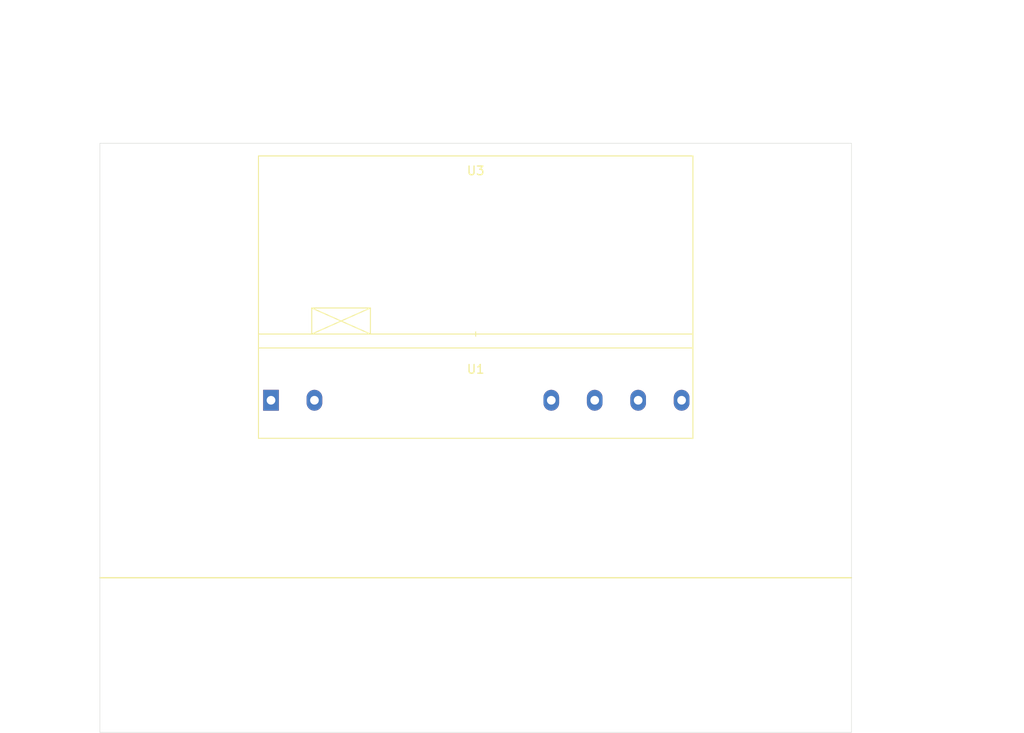
<source format=kicad_pcb>
(kicad_pcb (version 20171130) (host pcbnew "(5.1.10)-1")

  (general
    (thickness 1.6)
    (drawings 38)
    (tracks 0)
    (zones 0)
    (modules 2)
    (nets 7)
  )

  (page A4)
  (layers
    (0 F.Cu signal)
    (1 In1.Cu signal)
    (2 In2.Cu signal)
    (31 B.Cu signal)
    (32 B.Adhes user)
    (33 F.Adhes user)
    (34 B.Paste user)
    (35 F.Paste user)
    (36 B.SilkS user)
    (37 F.SilkS user)
    (38 B.Mask user)
    (39 F.Mask user)
    (40 Dwgs.User user)
    (41 Cmts.User user)
    (42 Eco1.User user)
    (43 Eco2.User user)
    (44 Edge.Cuts user)
    (45 Margin user)
    (46 B.CrtYd user)
    (47 F.CrtYd user)
    (48 B.Fab user)
    (49 F.Fab user)
  )

  (setup
    (last_trace_width 0.25)
    (user_trace_width 0.3)
    (user_trace_width 0.4)
    (user_trace_width 0.5)
    (user_trace_width 0.6)
    (user_trace_width 0.7)
    (user_trace_width 0.8)
    (user_trace_width 1)
    (user_trace_width 1.4)
    (user_trace_width 2)
    (trace_clearance 0.2)
    (zone_clearance 0.254)
    (zone_45_only yes)
    (trace_min 0.2)
    (via_size 0.8)
    (via_drill 0.4)
    (via_min_size 0.4)
    (via_min_drill 0.3)
    (user_via 1 0.5)
    (user_via 1.1 0.6)
    (user_via 1.2 0.7)
    (user_via 1.6 1)
    (user_via 1.8 1.2)
    (user_via 2 1.4)
    (user_via 2.4 1.8)
    (uvia_size 0.3)
    (uvia_drill 0.1)
    (uvias_allowed no)
    (uvia_min_size 0.2)
    (uvia_min_drill 0.1)
    (edge_width 0.05)
    (segment_width 0.2)
    (pcb_text_width 0.3)
    (pcb_text_size 1.5 1.5)
    (mod_edge_width 0.12)
    (mod_text_size 1 1)
    (mod_text_width 0.15)
    (pad_size 0.75 2.1)
    (pad_drill 0)
    (pad_to_mask_clearance 0)
    (aux_axis_origin 100 100)
    (grid_origin 100 100)
    (visible_elements 7FFFFFFF)
    (pcbplotparams
      (layerselection 0x010fc_ffffffff)
      (usegerberextensions false)
      (usegerberattributes true)
      (usegerberadvancedattributes true)
      (creategerberjobfile true)
      (excludeedgelayer true)
      (linewidth 0.100000)
      (plotframeref false)
      (viasonmask false)
      (mode 1)
      (useauxorigin false)
      (hpglpennumber 1)
      (hpglpenspeed 20)
      (hpglpendiameter 15.000000)
      (psnegative false)
      (psa4output false)
      (plotreference true)
      (plotvalue true)
      (plotinvisibletext false)
      (padsonsilk false)
      (subtractmaskfromsilk true)
      (outputformat 1)
      (mirror false)
      (drillshape 0)
      (scaleselection 1)
      (outputdirectory "Gerbers/"))
  )

  (net 0 "")
  (net 1 "Net-(F1-Pad1)")
  (net 2 /N1)
  (net 3 "Net-(U3-Pad6)")
  (net 4 "Net-(U3-Pad4)")
  (net 5 "Net-(U3-Pad3)")
  (net 6 "Net-(U3-Pad5)")

  (net_class Default "This is the default net class."
    (clearance 0.2)
    (trace_width 0.25)
    (via_dia 0.8)
    (via_drill 0.4)
    (uvia_dia 0.3)
    (uvia_drill 0.1)
    (add_net /N1)
    (add_net "Net-(F1-Pad1)")
    (add_net "Net-(U3-Pad3)")
    (add_net "Net-(U3-Pad4)")
    (add_net "Net-(U3-Pad5)")
    (add_net "Net-(U3-Pad6)")
  )

  (module Modules:Virtual_Digital_module_v3 (layer F.Cu) (tedit 619F3041) (tstamp 61A19767)
    (at 100 100)
    (path /63FC2A9F)
    (fp_text reference U1 (at 0 1) (layer F.SilkS)
      (effects (font (size 1 1) (thickness 0.15)))
    )
    (fp_text value Virtual_Digital_module_v3 (at 0 -1) (layer F.Fab)
      (effects (font (size 1 1) (thickness 0.15)))
    )
    (fp_line (start -0.25 0.25) (end 0.25 -0.25) (layer Dwgs.User) (width 0.12))
    (fp_line (start -0.25 -0.25) (end 0.25 0.25) (layer Dwgs.User) (width 0.12))
    (model ${KIPRJMOD}/../Digital_module_v3/Digital_module_v3.step
      (offset (xyz 0 0 26.6))
      (scale (xyz 1 1 1))
      (rotate (xyz 0 0 0))
    )
  )

  (module Modules:Power_manager_v3 (layer F.Cu) (tedit 619F2E98) (tstamp 61A172A1)
    (at 100 96.952)
    (path /6218B0A9)
    (fp_text reference U3 (at 0 -18.796 180) (layer F.SilkS)
      (effects (font (size 1 1) (thickness 0.15)))
    )
    (fp_text value Power_manager_v3 (at 0 -1.702 180) (layer F.Fab)
      (effects (font (size 1 1) (thickness 0.15)))
    )
    (fp_line (start 25 12) (end 25 -20.5) (layer F.SilkS) (width 0.12))
    (fp_line (start 25 -20.5) (end -25 -20.5) (layer F.SilkS) (width 0.12))
    (fp_line (start -25 -20.5) (end -25 12) (layer F.SilkS) (width 0.12))
    (fp_line (start -25 12) (end 25 12) (layer F.SilkS) (width 0.12))
    (fp_line (start 25 0) (end -25 0) (layer F.SilkS) (width 0.12))
    (fp_line (start 25 1.6) (end -25 1.6) (layer F.SilkS) (width 0.12))
    (fp_line (start 0 0.254) (end 0 -0.254) (layer F.SilkS) (width 0.12))
    (fp_line (start -12.119 0) (end -12.119 -3) (layer F.SilkS) (width 0.12))
    (fp_line (start -18.869 0) (end -18.869 -3) (layer F.SilkS) (width 0.12))
    (fp_line (start -12.119 0) (end -18.869 -3) (layer F.SilkS) (width 0.12))
    (fp_line (start -18.869 -3) (end -12.119 -3) (layer F.SilkS) (width 0.12))
    (fp_line (start -12.119 -3) (end -18.869 0) (layer F.SilkS) (width 0.12))
    (pad 6 thru_hole oval (at 23.6995 7.62 180) (size 1.8 2.4) (drill 1) (layers *.Cu *.Mask)
      (net 3 "Net-(U3-Pad6)"))
    (pad 1 thru_hole rect (at -23.5585 7.62 180) (size 1.8 2.4) (drill 1) (layers *.Cu *.Mask)
      (net 1 "Net-(F1-Pad1)"))
    (pad 2 thru_hole oval (at -18.5585 7.62 180) (size 1.8 2.4) (drill 1) (layers *.Cu *.Mask)
      (net 2 /N1))
    (pad 3 thru_hole oval (at 8.6995 7.62 180) (size 1.8 2.4) (drill 1) (layers *.Cu *.Mask)
      (net 5 "Net-(U3-Pad3)"))
    (pad 4 thru_hole oval (at 13.6995 7.62 180) (size 1.8 2.4) (drill 1) (layers *.Cu *.Mask)
      (net 4 "Net-(U3-Pad4)"))
    (pad 5 thru_hole oval (at 18.6995 7.62 180) (size 1.8 2.4) (drill 1) (layers *.Cu *.Mask)
      (net 6 "Net-(U3-Pad5)"))
    (model ${KIPRJMOD}/../Power_manager_v3/Power_manager_v3.step
      (at (xyz 0 0 0))
      (scale (xyz 1 1 1))
      (rotate (xyz -90 0 0))
    )
  )

  (dimension 14.15 (width 0.15) (layer Dwgs.User)
    (gr_text "14,150 мм" (at 136.175 64.41) (layer Dwgs.User)
      (effects (font (size 1 1) (thickness 0.15)))
    )
    (feature1 (pts (xy 129.1 75) (xy 129.1 65.123579)))
    (feature2 (pts (xy 143.25 75) (xy 143.25 65.123579)))
    (crossbar (pts (xy 143.25 65.71) (xy 129.1 65.71)))
    (arrow1a (pts (xy 129.1 65.71) (xy 130.226504 65.123579)))
    (arrow1b (pts (xy 129.1 65.71) (xy 130.226504 66.296421)))
    (arrow2a (pts (xy 143.25 65.71) (xy 142.123496 65.123579)))
    (arrow2b (pts (xy 143.25 65.71) (xy 142.123496 66.296421)))
  )
  (dimension 12.4 (width 0.15) (layer Dwgs.User)
    (gr_text "12,400 мм" (at 137.05 66.95) (layer Dwgs.User)
      (effects (font (size 1 1) (thickness 0.15)))
    )
    (feature1 (pts (xy 143.25 75) (xy 143.25 67.663579)))
    (feature2 (pts (xy 130.85 75) (xy 130.85 67.663579)))
    (crossbar (pts (xy 130.85 68.25) (xy 143.25 68.25)))
    (arrow1a (pts (xy 143.25 68.25) (xy 142.123496 68.836421)))
    (arrow1b (pts (xy 143.25 68.25) (xy 142.123496 67.663579)))
    (arrow2a (pts (xy 130.85 68.25) (xy 131.976504 68.836421)))
    (arrow2b (pts (xy 130.85 68.25) (xy 131.976504 67.663579)))
  )
  (dimension 23.495 (width 0.15) (layer Eco1.User)
    (gr_text "23,495 мм" (at 153.37 111.7475 90) (layer Eco1.User)
      (effects (font (size 1 1) (thickness 0.15)))
    )
    (feature1 (pts (xy 76.3145 100) (xy 152.656421 100)))
    (feature2 (pts (xy 76.3145 123.495) (xy 152.656421 123.495)))
    (crossbar (pts (xy 152.07 123.495) (xy 152.07 100)))
    (arrow1a (pts (xy 152.07 100) (xy 152.656421 101.126504)))
    (arrow1b (pts (xy 152.07 100) (xy 151.483579 101.126504)))
    (arrow2a (pts (xy 152.07 123.495) (xy 152.656421 122.368496)))
    (arrow2b (pts (xy 152.07 123.495) (xy 151.483579 122.368496)))
  )
  (gr_line (start 56.75 125) (end 143.24964 125) (layer F.SilkS) (width 0.15) (tstamp 6004D645))
  (dimension 25 (width 0.15) (layer Eco1.User)
    (gr_text "25,000 мм" (at 156.672 112.5 90) (layer Eco1.User)
      (effects (font (size 1 1) (thickness 0.15)))
    )
    (feature1 (pts (xy 143.24964 125) (xy 155.958421 125)))
    (feature2 (pts (xy 143.24964 100) (xy 155.958421 100)))
    (crossbar (pts (xy 155.372 100) (xy 155.372 125)))
    (arrow1a (pts (xy 155.372 125) (xy 154.785579 123.873496)))
    (arrow1b (pts (xy 155.372 125) (xy 155.958421 123.873496)))
    (arrow2a (pts (xy 155.372 100) (xy 154.785579 101.126504)))
    (arrow2b (pts (xy 155.372 100) (xy 155.958421 101.126504)))
  )
  (dimension 25 (width 0.15) (layer Eco1.User)
    (gr_text "25,000 мм" (at 156.672 87.5 90) (layer Eco1.User)
      (effects (font (size 1 1) (thickness 0.15)))
    )
    (feature1 (pts (xy 143.24964 75) (xy 155.958421 75)))
    (feature2 (pts (xy 143.24964 100) (xy 155.958421 100)))
    (crossbar (pts (xy 155.372 100) (xy 155.372 75)))
    (arrow1a (pts (xy 155.372 75) (xy 155.958421 76.126504)))
    (arrow1b (pts (xy 155.372 75) (xy 154.785579 76.126504)))
    (arrow2a (pts (xy 155.372 100) (xy 155.958421 98.873496)))
    (arrow2b (pts (xy 155.372 100) (xy 154.785579 98.873496)))
  )
  (dimension 43.25 (width 0.15) (layer Eco1.User)
    (gr_text "43,250 мм" (at 78.375 61.87) (layer Eco1.User)
      (effects (font (size 1 1) (thickness 0.15)))
    )
    (feature1 (pts (xy 100 75) (xy 100 62.583579)))
    (feature2 (pts (xy 56.75 75) (xy 56.75 62.583579)))
    (crossbar (pts (xy 56.75 63.17) (xy 100 63.17)))
    (arrow1a (pts (xy 100 63.17) (xy 98.873496 63.756421)))
    (arrow1b (pts (xy 100 63.17) (xy 98.873496 62.583579)))
    (arrow2a (pts (xy 56.75 63.17) (xy 57.876504 63.756421)))
    (arrow2b (pts (xy 56.75 63.17) (xy 57.876504 62.583579)))
  )
  (dimension 43.25 (width 0.15) (layer Eco1.User)
    (gr_text "43,250 мм" (at 121.625 61.87) (layer Eco1.User)
      (effects (font (size 1 1) (thickness 0.15)))
    )
    (feature1 (pts (xy 100 75) (xy 100 62.583579)))
    (feature2 (pts (xy 143.25 75) (xy 143.25 62.583579)))
    (crossbar (pts (xy 143.25 63.17) (xy 100 63.17)))
    (arrow1a (pts (xy 100 63.17) (xy 101.126504 62.583579)))
    (arrow1b (pts (xy 100 63.17) (xy 101.126504 63.756421)))
    (arrow2a (pts (xy 143.25 63.17) (xy 142.123496 62.583579)))
    (arrow2b (pts (xy 143.25 63.17) (xy 142.123496 63.756421)))
  )
  (gr_line (start 56.75 75) (end 143.25 75) (layer Margin) (width 0.15))
  (gr_line (start 143.25 75) (end 143.24964 142.8) (layer Margin) (width 0.15))
  (gr_line (start 143.24964 142.8) (end 56.75 142.8) (layer Margin) (width 0.15))
  (gr_line (start 56.75 142.8) (end 56.75 75) (layer Margin) (width 0.15) (tstamp 5FCA393F))
  (dimension 86.5 (width 0.15) (layer Dwgs.User)
    (gr_text "86,500 мм" (at 100 59.203) (layer Dwgs.User)
      (effects (font (size 1 1) (thickness 0.15)))
    )
    (feature1 (pts (xy 143.25 75) (xy 143.25 59.916579)))
    (feature2 (pts (xy 56.75 75) (xy 56.75 59.916579)))
    (crossbar (pts (xy 56.75 60.503) (xy 143.25 60.503)))
    (arrow1a (pts (xy 143.25 60.503) (xy 142.123496 61.089421)))
    (arrow1b (pts (xy 143.25 60.503) (xy 142.123496 59.916579)))
    (arrow2a (pts (xy 56.75 60.503) (xy 57.876504 61.089421)))
    (arrow2b (pts (xy 56.75 60.503) (xy 57.876504 59.916579)))
  )
  (dimension 67.8 (width 0.15) (layer Dwgs.User)
    (gr_text "67,800 мм" (at 161.752 108.9 90) (layer Dwgs.User)
      (effects (font (size 1 1) (thickness 0.15)))
    )
    (feature1 (pts (xy 143.24964 142.8) (xy 161.038421 142.8)))
    (feature2 (pts (xy 143.24964 75) (xy 161.038421 75)))
    (crossbar (pts (xy 160.452 75) (xy 160.452 142.8)))
    (arrow1a (pts (xy 160.452 142.8) (xy 159.865579 141.673496)))
    (arrow1b (pts (xy 160.452 142.8) (xy 161.038421 141.673496)))
    (arrow2a (pts (xy 160.452 75) (xy 159.865579 76.126504)))
    (arrow2b (pts (xy 160.452 75) (xy 161.038421 76.126504)))
  )
  (dimension 1.5 (width 0.15) (layer Dwgs.User)
    (gr_text "1,500 мм" (at 57.5 72.03) (layer Dwgs.User)
      (effects (font (size 1 1) (thickness 0.15)) (justify right))
    )
    (feature1 (pts (xy 58.25 76.5) (xy 58.25 72.743579)))
    (feature2 (pts (xy 56.75 76.5) (xy 56.75 72.743579)))
    (crossbar (pts (xy 56.75 73.33) (xy 58.25 73.33)))
    (arrow1a (pts (xy 58.25 73.33) (xy 57.123496 73.916421)))
    (arrow1b (pts (xy 58.25 73.33) (xy 57.123496 72.743579)))
    (arrow2a (pts (xy 56.75 73.33) (xy 57.876504 73.916421)))
    (arrow2b (pts (xy 56.75 73.33) (xy 57.876504 72.743579)))
  )
  (dimension 22.2 (width 0.15) (layer Dwgs.User)
    (gr_text "22,200 мм" (at 69.35 133.1135) (layer Dwgs.User)
      (effects (font (size 1 1) (thickness 0.15)))
    )
    (feature1 (pts (xy 80.45 123.5) (xy 80.45 132.399921)))
    (feature2 (pts (xy 58.25 123.5) (xy 58.25 132.399921)))
    (crossbar (pts (xy 58.25 131.8135) (xy 80.45 131.8135)))
    (arrow1a (pts (xy 80.45 131.8135) (xy 79.323496 132.399921)))
    (arrow1b (pts (xy 80.45 131.8135) (xy 79.323496 131.227079)))
    (arrow2a (pts (xy 58.25 131.8135) (xy 59.376504 132.399921)))
    (arrow2b (pts (xy 58.25 131.8135) (xy 59.376504 131.227079)))
  )
  (dimension 23.1 (width 0.15) (layer Dwgs.User)
    (gr_text "23,100 мм" (at 48.916 111.95 90) (layer Dwgs.User)
      (effects (font (size 1 1) (thickness 0.15)))
    )
    (feature1 (pts (xy 58.25 123.5) (xy 49.629579 123.5)))
    (feature2 (pts (xy 58.25 100.4) (xy 49.629579 100.4)))
    (crossbar (pts (xy 50.216 100.4) (xy 50.216 123.5)))
    (arrow1a (pts (xy 50.216 123.5) (xy 49.629579 122.373496)))
    (arrow1b (pts (xy 50.216 123.5) (xy 50.802421 122.373496)))
    (arrow2a (pts (xy 50.216 100.4) (xy 49.629579 101.526504)))
    (arrow2b (pts (xy 50.216 100.4) (xy 50.802421 101.526504)))
  )
  (dimension 12.4 (width 0.15) (layer Dwgs.User)
    (gr_text "12,400 мм" (at 62.95 66.95) (layer Dwgs.User)
      (effects (font (size 1 1) (thickness 0.15)))
    )
    (feature1 (pts (xy 69.15 75) (xy 69.15 67.663579)))
    (feature2 (pts (xy 56.75 75) (xy 56.75 67.663579)))
    (crossbar (pts (xy 56.75 68.25) (xy 69.15 68.25)))
    (arrow1a (pts (xy 69.15 68.25) (xy 68.023496 68.836421)))
    (arrow1b (pts (xy 69.15 68.25) (xy 68.023496 67.663579)))
    (arrow2a (pts (xy 56.75 68.25) (xy 57.876504 68.836421)))
    (arrow2b (pts (xy 56.75 68.25) (xy 57.876504 67.663579)))
  )
  (dimension 14.15 (width 0.15) (layer Dwgs.User)
    (gr_text "14,150 мм" (at 63.825 64.41) (layer Dwgs.User)
      (effects (font (size 1 1) (thickness 0.15)))
    )
    (feature1 (pts (xy 70.9 75) (xy 70.9 65.123579)))
    (feature2 (pts (xy 56.75 75) (xy 56.75 65.123579)))
    (crossbar (pts (xy 56.75 65.71) (xy 70.9 65.71)))
    (arrow1a (pts (xy 70.9 65.71) (xy 69.773496 66.296421)))
    (arrow1b (pts (xy 70.9 65.71) (xy 69.773496 65.123579)))
    (arrow2a (pts (xy 56.75 65.71) (xy 57.876504 66.296421)))
    (arrow2b (pts (xy 56.75 65.71) (xy 57.876504 65.123579)))
  )
  (gr_line (start 56.75 100) (end 143.24964 100) (layer Eco1.User) (width 0.15))
  (gr_line (start 100 75) (end 100 142.8) (layer Eco1.User) (width 0.15))
  (gr_line (start 56.75 125) (end 143.24964 125) (layer Dwgs.User) (width 0.15))
  (gr_line (start 56.75 75) (end 143.24964 75) (layer Edge.Cuts) (width 0.05))
  (gr_line (start 143.24964 75) (end 143.24964 142.8) (layer Edge.Cuts) (width 0.05))
  (gr_line (start 143.24964 142.8) (end 56.75 142.8) (layer Edge.Cuts) (width 0.05))
  (gr_line (start 56.75 142.8) (end 56.75 75) (layer Edge.Cuts) (width 0.05) (tstamp 5FCA3A02))
  (gr_line (start 58.25 76.5) (end 141.95 76.5) (layer Dwgs.User) (width 0.15))
  (gr_line (start 141.95 76.5) (end 141.95 123.5) (layer Dwgs.User) (width 0.15))
  (gr_line (start 141.95 123.5) (end 58.25 123.5) (layer Dwgs.User) (width 0.15))
  (gr_line (start 58.25 123.5) (end 58.25 76.5) (layer Dwgs.User) (width 0.15) (tstamp 5FCAD107))
  (gr_line (start 58.25 99.6) (end 80.45 99.6) (layer Dwgs.User) (width 0.15))
  (gr_line (start 80.45 99.6) (end 80.45 76.5) (layer Dwgs.User) (width 0.15))
  (gr_line (start 58.25 100.4) (end 80.45 100.4) (layer Dwgs.User) (width 0.15))
  (gr_line (start 80.45 100.4) (end 80.45 123.5) (layer Dwgs.User) (width 0.15))
  (gr_line (start 130.85 75) (end 130.85 142.8) (layer Dwgs.User) (width 0.15) (tstamp 5FE3DDAB))
  (gr_line (start 129.1 75) (end 129.1 142.8) (layer Dwgs.User) (width 0.15) (tstamp 5FE8995A))
  (gr_line (start 70.9 75) (end 70.9 142.8) (layer Dwgs.User) (width 0.15))
  (gr_line (start 69.15 75) (end 69.15 142.8) (layer Dwgs.User) (width 0.15))

)

</source>
